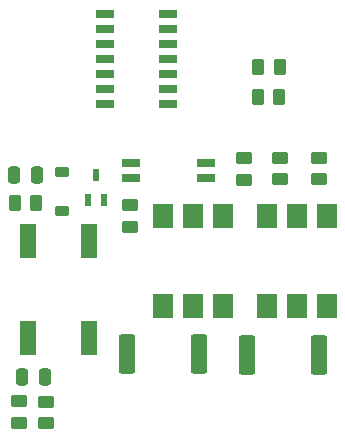
<source format=gbr>
%TF.GenerationSoftware,KiCad,Pcbnew,7.0.6-1.fc38*%
%TF.CreationDate,2023-08-19T18:40:52-03:00*%
%TF.ProjectId,CeilingFanControl,4365696c-696e-4674-9661-6e436f6e7472,rev?*%
%TF.SameCoordinates,Original*%
%TF.FileFunction,Paste,Bot*%
%TF.FilePolarity,Positive*%
%FSLAX46Y46*%
G04 Gerber Fmt 4.6, Leading zero omitted, Abs format (unit mm)*
G04 Created by KiCad (PCBNEW 7.0.6-1.fc38) date 2023-08-19 18:40:52*
%MOMM*%
%LPD*%
G01*
G04 APERTURE LIST*
G04 Aperture macros list*
%AMRoundRect*
0 Rectangle with rounded corners*
0 $1 Rounding radius*
0 $2 $3 $4 $5 $6 $7 $8 $9 X,Y pos of 4 corners*
0 Add a 4 corners polygon primitive as box body*
4,1,4,$2,$3,$4,$5,$6,$7,$8,$9,$2,$3,0*
0 Add four circle primitives for the rounded corners*
1,1,$1+$1,$2,$3*
1,1,$1+$1,$4,$5*
1,1,$1+$1,$6,$7*
1,1,$1+$1,$8,$9*
0 Add four rect primitives between the rounded corners*
20,1,$1+$1,$2,$3,$4,$5,0*
20,1,$1+$1,$4,$5,$6,$7,0*
20,1,$1+$1,$6,$7,$8,$9,0*
20,1,$1+$1,$8,$9,$2,$3,0*%
G04 Aperture macros list end*
%ADD10R,1.350000X2.850000*%
%ADD11RoundRect,0.250000X-0.250000X-0.475000X0.250000X-0.475000X0.250000X0.475000X-0.250000X0.475000X0*%
%ADD12R,1.650000X0.650000*%
%ADD13R,1.780000X2.000000*%
%ADD14RoundRect,0.250000X0.450000X-0.262500X0.450000X0.262500X-0.450000X0.262500X-0.450000X-0.262500X0*%
%ADD15RoundRect,0.250000X-0.450000X0.262500X-0.450000X-0.262500X0.450000X-0.262500X0.450000X0.262500X0*%
%ADD16R,1.500000X0.650000*%
%ADD17RoundRect,0.249999X0.450001X1.425001X-0.450001X1.425001X-0.450001X-1.425001X0.450001X-1.425001X0*%
%ADD18RoundRect,0.250000X0.262500X0.450000X-0.262500X0.450000X-0.262500X-0.450000X0.262500X-0.450000X0*%
%ADD19RoundRect,0.225000X0.375000X-0.225000X0.375000X0.225000X-0.375000X0.225000X-0.375000X-0.225000X0*%
%ADD20R,0.500000X1.050000*%
G04 APERTURE END LIST*
D10*
%TO.C,BR1*%
X22660000Y-52260000D03*
X17560000Y-52260000D03*
X17560000Y-44060000D03*
X22660000Y-44060000D03*
%TD*%
D11*
%TO.C,C2*%
X16350000Y-38500000D03*
X18250000Y-38500000D03*
%TD*%
%TO.C,C1*%
X17050000Y-55570000D03*
X18950000Y-55570000D03*
%TD*%
D12*
%TO.C,Q4*%
X26220000Y-38690000D03*
X26220000Y-37420000D03*
X32620000Y-37420000D03*
X32620000Y-38690000D03*
%TD*%
D13*
%TO.C,U2*%
X28930000Y-41900000D03*
X31470000Y-41900000D03*
X34010000Y-41900000D03*
X34010000Y-49520000D03*
X31470000Y-49520000D03*
X28930000Y-49520000D03*
%TD*%
D14*
%TO.C,R1*%
X19090000Y-59505000D03*
X19090000Y-57680000D03*
%TD*%
D15*
%TO.C,R4*%
X26120000Y-41010000D03*
X26120000Y-42835000D03*
%TD*%
D16*
%TO.C,IC1*%
X24010000Y-32470000D03*
X24010000Y-31200000D03*
X24010000Y-29930000D03*
X24010000Y-28660000D03*
X24010000Y-27390000D03*
X24010000Y-26120000D03*
X24010000Y-24850000D03*
X29410000Y-24850000D03*
X29410000Y-26120000D03*
X29410000Y-27390000D03*
X29410000Y-28660000D03*
X29410000Y-29930000D03*
X29410000Y-31200000D03*
X29410000Y-32470000D03*
%TD*%
D17*
%TO.C,R10*%
X31980000Y-53610000D03*
X25880000Y-53610000D03*
%TD*%
D15*
%TO.C,R5*%
X35850000Y-37037500D03*
X35850000Y-38862500D03*
%TD*%
D18*
%TO.C,R3*%
X18220000Y-40820000D03*
X16395000Y-40820000D03*
%TD*%
%TO.C,R7*%
X38825000Y-29340000D03*
X37000000Y-29340000D03*
%TD*%
D15*
%TO.C,R9*%
X42170000Y-36987500D03*
X42170000Y-38812500D03*
%TD*%
D19*
%TO.C,D1*%
X20420000Y-41510000D03*
X20420000Y-38210000D03*
%TD*%
D17*
%TO.C,R11*%
X42130000Y-53670000D03*
X36030000Y-53670000D03*
%TD*%
D13*
%TO.C,U3*%
X37730000Y-41960000D03*
X40270000Y-41960000D03*
X42810000Y-41960000D03*
X42810000Y-49580000D03*
X40270000Y-49580000D03*
X37730000Y-49580000D03*
%TD*%
D14*
%TO.C,R2*%
X16730000Y-59465000D03*
X16730000Y-57640000D03*
%TD*%
D20*
%TO.C,Q1*%
X23940000Y-40550000D03*
X22640000Y-40550000D03*
X23290000Y-38450000D03*
%TD*%
D18*
%TO.C,R6*%
X38782500Y-31850000D03*
X36957500Y-31850000D03*
%TD*%
D15*
%TO.C,R8*%
X38870000Y-36997500D03*
X38870000Y-38822500D03*
%TD*%
M02*

</source>
